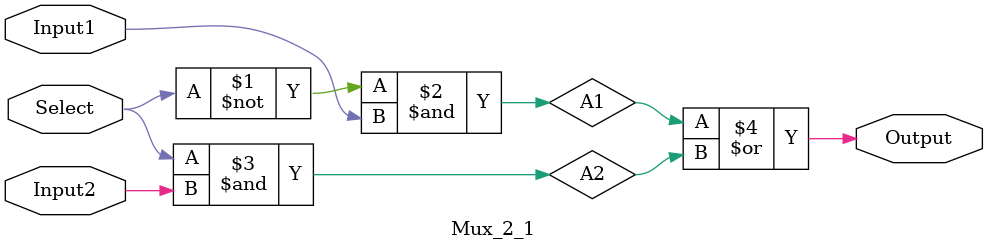
<source format=v>
module Mux_2_1(Output, Input1, Input2, Select);
//define_IO
	input Input1, Input2, Select;
	output Output;
	
//define_wire/reg
	wire A1, A2;
	
//body
	and inst1 (A1, ~Select, Input1);
	and inst2 (A2, Select, Input2);
	
	or inst3 (Output, A1, A2);
	
endmodule

</source>
